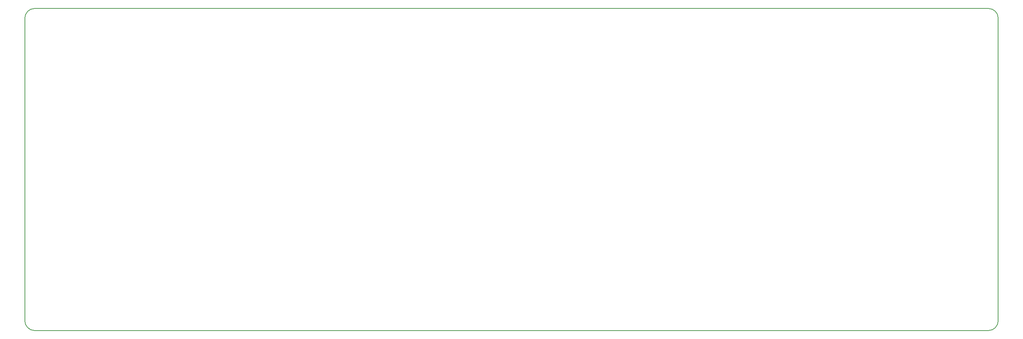
<source format=gbr>
G04 #@! TF.GenerationSoftware,KiCad,Pcbnew,(5.1.4)-1*
G04 #@! TF.CreationDate,2021-01-09T01:18:10-06:00*
G04 #@! TF.ProjectId,semi,73656d69-2e6b-4696-9361-645f70636258,rev?*
G04 #@! TF.SameCoordinates,Original*
G04 #@! TF.FileFunction,Profile,NP*
%FSLAX46Y46*%
G04 Gerber Fmt 4.6, Leading zero omitted, Abs format (unit mm)*
G04 Created by KiCad (PCBNEW (5.1.4)-1) date 2021-01-09 01:18:10*
%MOMM*%
%LPD*%
G04 APERTURE LIST*
%ADD10C,0.200000*%
G04 APERTURE END LIST*
D10*
X231760400Y793700D02*
G75*
G02X234141500Y-1587400I0J-2381100D01*
G01*
X234141500Y-74607800D02*
G75*
G02X231760400Y-76988900I-2381100J0D01*
G01*
X1587400Y-76988900D02*
G75*
G02X-793700Y-74607800I0J2381100D01*
G01*
X-793700Y-1587400D02*
G75*
G02X1587400Y793700I2381100J0D01*
G01*
X1587400Y793700D02*
X231760400Y793700D01*
X234141500Y-1587400D02*
X234141500Y-74607800D01*
X231760400Y-76988900D02*
X1587400Y-76988900D01*
X-793700Y-74607800D02*
X-793700Y-1587400D01*
M02*

</source>
